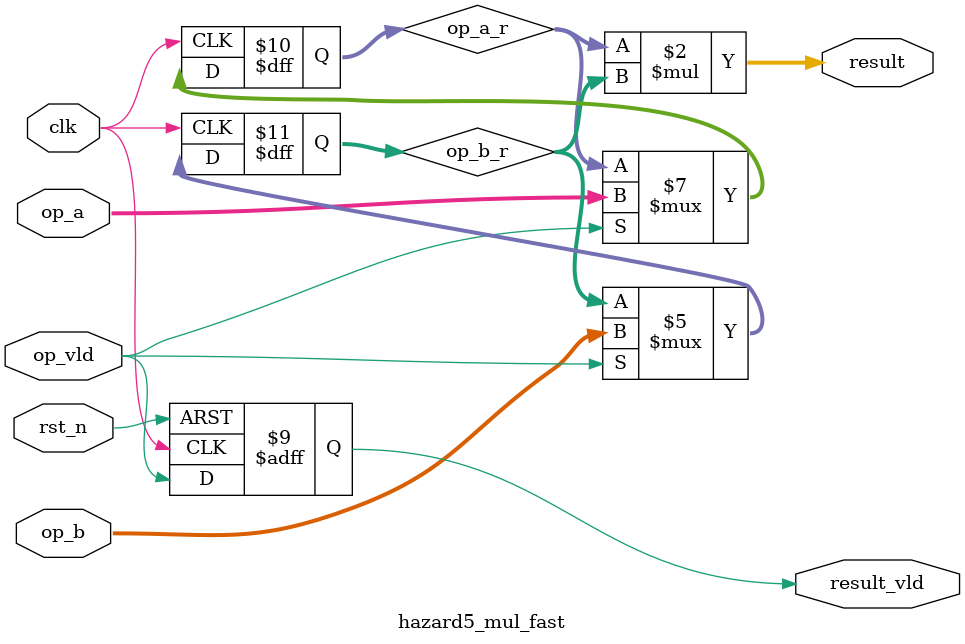
<source format=v>
/**********************************************************************
 * DO WHAT THE FUCK YOU WANT TO AND DON'T BLAME US PUBLIC LICENSE     *
 *                    Version 3, April 2008                           *
 *                                                                    *
 * Copyright (C) 2021 Luke Wren                                       *
 *                                                                    *
 * Everyone is permitted to copy and distribute verbatim or modified  *
 * copies of this license document and accompanying software, and     *
 * changing either is allowed.                                        *
 *                                                                    *
 *   TERMS AND CONDITIONS FOR COPYING, DISTRIBUTION AND MODIFICATION  *
 *                                                                    *
 * 0. You just DO WHAT THE FUCK YOU WANT TO.                          *
 * 1. We're NOT RESPONSIBLE WHEN IT DOESN'T FUCKING WORK.             *
 *                                                                    *
 *********************************************************************/

module hazard5_mul_fast #(
	parameter XLEN = 32
) (
	input  wire              clk,
	input  wire              rst_n,
	input  wire [XLEN-1:0]   op_a,
	input  wire [XLEN-1:0]   op_b,
	input  wire              op_vld,

	output wire [XLEN-1:0]   result,
	output reg               result_vld
);

// This pipestage is folded into the front of the DSP tiles on UP5k. Note the
// intention is to register the bypassed core regs at the end of X (since
// bypass is quite slow), then perform multiply combinatorially in stage M,
// and mux into MW result register.

reg [XLEN-1:0] op_a_r;
reg [XLEN-1:0] op_b_r;

always @ (posedge clk) begin
	if (op_vld) begin
		op_a_r <= op_a;
		op_b_r <= op_b;
	end
end

// This should be inferred as 3 DSP tiles on UP5k:
//
// 1. Register then multiply a[15: 0] and b[15: 0]
// 2. Register then multiply a[31:16] and b[15: 0], then directly add output of 1
// 3. Register then multiply a[15: 0] and b[31:16], then directly add output of 2
//
// So there is quite a long path (1x 16-bit multiply, then 2x 16-bit add). On
// other platforms you may just end up with a pile of gates.

`ifndef RISCV_FORMAL_ALTOPS

assign result = op_a_r * op_b_r;

`else

// riscv-formal can use a simpler function, since it's just confirming the
// result is correctly hooked up.
assign result = result_vld ? (op_a_r + op_b_r) ^ 32'h5876063e : 32'hdeadbeef;

`endif

always @ (posedge clk or negedge rst_n) begin
	if (!rst_n) begin
		result_vld <= 1'b0;
	end else begin
		result_vld <= op_vld;
	end
end

endmodule

</source>
